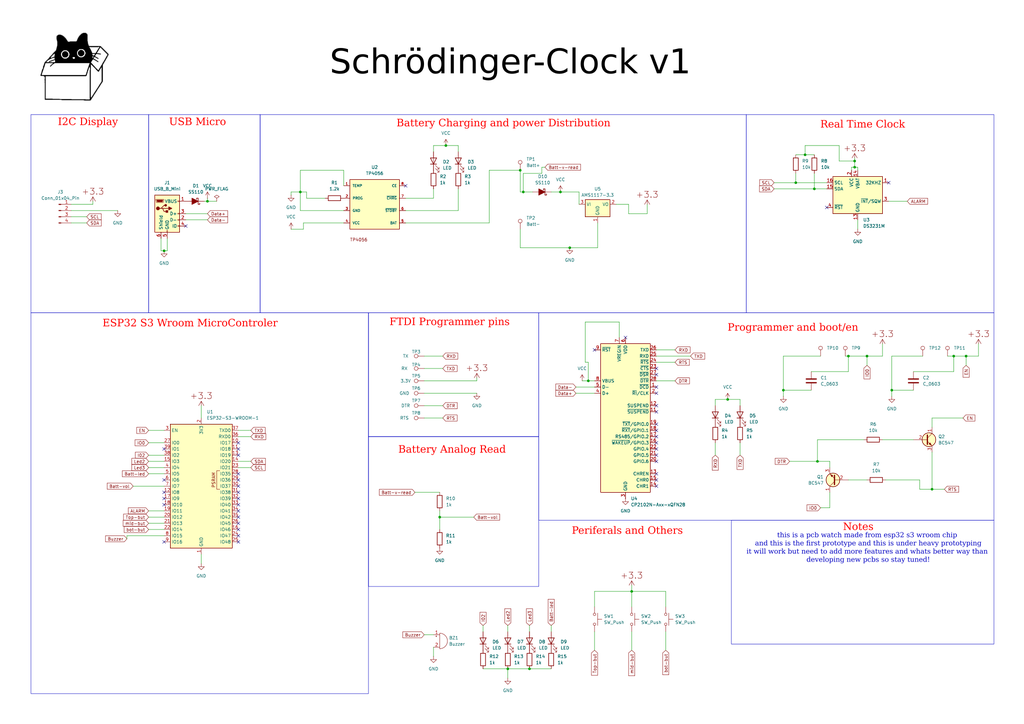
<source format=kicad_sch>
(kicad_sch (version 20250114) (generator "eeschema") (generator_version "9.0")
  (paper "A3")
  (title_block (title "SchrödingerClock v1") (date "2025-02-24") (rev "V1") (company "Drawn By Nithin Mathew Joji"))
  (lib_symbols
    (symbol "Connector:Conn_01x04_Pin" (pin_names (offset 1.016) (hide yes))
      (property "Reference" "J" (at 0 5.08 0))
      (property "Value" "Conn_01x04_Pin" (at 0 -7.62 0))
      (symbol "Conn_01x04_Pin_1_1"
        (pin passive line (at 5.08 2.54 180) (length 3.81) (name "Pin_1") (number "1"))
        (pin passive line (at 5.08 0 180) (length 3.81) (name "Pin_2") (number "2"))
        (pin passive line (at 5.08 -2.54 180) (length 3.81) (name "Pin_3") (number "3"))
        (pin passive line (at 5.08 -5.08 180) (length 3.81) (name "Pin_4") (number "4"))
      )
    )
    (symbol "Connector:USB_B_Mini" (pin_names (offset 1.016))
      (property "Reference" "J" (at -5.08 11.43 0))
      (property "Value" "USB_B_Mini" (at -5.08 8.89 0))
      (symbol "USB_B_Mini_1_1"
        (pin passive line (at -2.54 -10.16 90) (length 2.54) (name "Shield") (number "6"))
        (pin power_out line (at 0 -10.16 90) (length 2.54) (name "GND") (number "5"))
        (pin power_out line (at 7.62 5.08 180) (length 2.54) (name "VBUS") (number "1"))
        (pin bidirectional line (at 7.62 0 180) (length 2.54) (name "D+") (number "3"))
        (pin bidirectional line (at 7.62 -2.54 180) (length 2.54) (name "D-") (number "2"))
        (pin passive line (at 7.62 -5.08 180) (length 2.54) (name "ID") (number "4"))
      )
    )
    (symbol "Device:Buzzer" (pin_names (offset 0.0254) (hide yes))
      (property "Reference" "BZ" (at 3.81 1.27 0))
      (property "Value" "Buzzer" (at 3.81 -1.27 0))
      (symbol "Buzzer_1_1"
        (pin passive line (at -2.54 2.54 0) (length 2.54) (name "+") (number "1"))
        (pin passive line (at -2.54 -2.54 0) (length 2.54) (name "-") (number "2"))
      )
    )
    (symbol "Device:LED" (pin_numbers (hide yes)) (pin_names (offset 1.016) (hide yes))
      (property "Reference" "D" (at 0 2.54 0))
      (property "Value" "LED" (at 0 -2.54 0))
      (symbol "LED_1_1"
        (pin passive line (at -3.81 0 0) (length 2.54) (name "K") (number "1"))
        (pin passive line (at 3.81 0 180) (length 2.54) (name "A") (number "2"))
      )
    )
    (symbol "Interface_USB:CP2102N-Axx-xQFN28"
      (property "Reference" "U" (at -8.89 31.75 0))
      (property "Value" "CP2102N-Axx-xQFN28" (at 12.7 31.75 0))
      (symbol "CP2102N-Axx-xQFN28_1_1"
        (pin input line (at -12.7 27.94 0) (length 2.54) (name "~{RST}") (number "9"))
        (pin input line (at -12.7 15.24 0) (length 2.54) (name "VBUS") (number "8"))
        (pin bidirectional line (at -12.7 12.7 0) (length 2.54) (name "D-") (number "5"))
        (pin bidirectional line (at -12.7 10.16 0) (length 2.54) (name "D+") (number "4"))
        (pin no_connect line (at -10.16 -27.94 0) (length 2.54) (hide yes) (name "NC") (number "10"))
        (pin power_in line (at -2.54 33.02 270) (length 2.54) (name "VREGIN") (number "7"))
        (pin power_in line (at 0 33.02 270) (length 2.54) (name "VDD") (number "6"))
        (pin passive line (at 0 -33.02 90) (length 2.54) (hide yes) (name "GND") (number "29"))
        (pin power_in line (at 0 -33.02 90) (length 2.54) (name "GND") (number "3"))
        (pin output line (at 12.7 27.94 180) (length 2.54) (name "TXD") (number "26"))
        (pin input line (at 12.7 25.4 180) (length 2.54) (name "RXD") (number "25"))
        (pin output line (at 12.7 22.86 180) (length 2.54) (name "~{RTS}") (number "24"))
        (pin input line (at 12.7 20.32 180) (length 2.54) (name "~{CTS}") (number "23"))
        (pin input line (at 12.7 17.78 180) (length 2.54) (name "~{DSR}") (number "27"))
        (pin output line (at 12.7 15.24 180) (length 2.54) (name "~{DTR}") (number "28"))
        (pin input line (at 12.7 12.7 180) (length 2.54) (name "~{DCD}") (number "1"))
        (pin bidirectional line (at 12.7 10.16 180) (length 2.54) (name "~{RI}/CLK") (number "2"))
        (pin output line (at 12.7 5.08 180) (length 2.54) (name "SUSPEND") (number "12"))
        (pin output line (at 12.7 2.54 180) (length 2.54) (name "~{SUSPEND}") (number "11"))
        (pin bidirectional line (at 12.7 -2.54 180) (length 2.54) (name "~{TXT}/GPIO.0") (number "19"))
        (pin bidirectional line (at 12.7 -5.08 180) (length 2.54) (name "~{RXT}/GPIO.1") (number "18"))
        (pin bidirectional line (at 12.7 -7.62 180) (length 2.54) (name "RS485/GPIO.2") (number "17"))
        (pin bidirectional line (at 12.7 -10.16 180) (length 2.54) (name "~{WAKEUP}/GPIO.3") (number "16"))
        (pin bidirectional line (at 12.7 -12.7 180) (length 2.54) (name "GPIO.4") (number "22"))
        (pin bidirectional line (at 12.7 -15.24 180) (length 2.54) (name "GPIO.5") (number "21"))
        (pin bidirectional line (at 12.7 -17.78 180) (length 2.54) (name "GPIO.6") (number "20"))
        (pin output line (at 12.7 -22.86 180) (length 2.54) (name "CHREN") (number "13"))
        (pin output line (at 12.7 -25.4 180) (length 2.54) (name "CHR0") (number "15"))
        (pin output line (at 12.7 -27.94 180) (length 2.54) (name "CHR1") (number "14"))
      )
    )
    (symbol "PCM_4ms_Connector:TestPoint" (pin_numbers (hide yes)) (pin_names (offset 0.762) (hide yes))
      (property "Reference" "TP" (at 0 6.858 0))
      (property "Value" "TestPoint" (at 0 5.08 0))
      (symbol "TestPoint_1_1"
        (pin passive line (at 0 0 90) (length 2.54) (name "1") (number "1"))
      )
    )
    (symbol "PCM_Capacitor_AKL:C_0603" (pin_numbers (hide yes)) (pin_names (offset 0.254))
      (property "Reference" "C" (at 0.635 2.54 0))
      (property "Value" "C_0603" (at 0.635 -2.54 0))
      (symbol "C_0603_1_1"
        (pin passive line (at 0 3.81 270) (length 2.794) (name "~") (number "1"))
        (pin passive line (at 0 -3.81 90) (length 2.794) (name "~") (number "2"))
      )
      (symbol "C_0603_1_2"
        (pin passive line (at -2.54 -2.54 90) (length 0) (name "~") (number "2"))
        (pin passive line (at 2.54 2.54 270) (length 0) (name "~") (number "1"))
      )
    )
    (symbol "PCM_Diode_Schottky_AKL:SS110" (pin_numbers (hide yes)) (pin_names (offset 1.016) (hide yes))
      (property "Reference" "D" (at 0 5.08 0))
      (property "Value" "SS110" (at 0 2.54 0))
      (symbol "SS110_1_1"
        (pin passive line (at -3.81 0 0) (length 2.54) (name "A") (number "2"))
        (pin passive line (at 3.81 0 180) (length 2.54) (name "K") (number "1"))
      )
      (symbol "SS110_1_2"
        (pin passive line (at -2.54 -2.54 0) (length 0) (name "A") (number "2"))
        (pin passive line (at 2.54 2.54 180) (length 0) (name "K") (number "1"))
      )
    )
    (symbol "PCM_Generic:P,+3.3" (power) (pin_numbers (hide yes)) (pin_names (offset 1.27) (hide yes))
      (symbol "P,+3.3_1_1"
        (text "+3.3" (at 0 2.54 0) (effects (font (size 2.54 2.54)) (justify bottom)))
        (pin power_in line (at 0 0 0) (length 0) (hide yes) (name "+3.3") (number "0"))
      )
    )
    (symbol "PCM_Resistor_AKL:R_0603" (pin_numbers (hide yes)) (pin_names (offset 0))
      (property "Reference" "R" (at 2.54 1.27 0))
      (property "Value" "R_0603" (at 2.54 -1.27 0))
      (symbol "R_0603_1_1"
        (pin passive line (at 0 3.81 270) (length 1.27) (name "~") (number "1"))
        (pin passive line (at 0 -3.81 90) (length 1.27) (name "~") (number "2"))
      )
      (symbol "R_0603_1_2"
        (pin passive line (at -2.54 -2.54 0) (length 0) (name "") (number "2"))
        (pin passive line (at 2.54 2.54 180) (length 0) (name "") (number "1"))
      )
    )
    (symbol "PCM_Transistor_BJT_AKL:BC547" (pin_names (hide yes))
      (property "Reference" "Q" (at 5.08 1.27 0))
      (property "Value" "BC547" (at 5.08 -1.27 0))
      (symbol "BC547_1_1"
        (pin input line (at -5.08 0 0) (length 5.715) (name "B") (number "2"))
        (pin passive line (at 2.54 5.08 270) (length 2.54) (name "C") (number "1"))
        (pin passive line (at 2.54 -5.08 90) (length 2.54) (name "E") (number "3"))
      )
    )
    (symbol "RF_Module:ESP32-S3-WROOM-1"
      (property "Reference" "U" (at -12.7 26.67 0))
      (property "Value" "ESP32-S3-WROOM-1" (at 12.7 26.67 0))
      (symbol "ESP32-S3-WROOM-1_0_0"
        (text "PSRAM" (at 5.08 2.54 900) (effects (font (size 1.27 1.27))))
      )
      (symbol "ESP32-S3-WROOM-1_1_1"
        (pin input line (at -15.24 22.86 0) (length 2.54) (name "EN") (number "3"))
        (pin bidirectional line (at -15.24 17.78 0) (length 2.54) (name "IO0") (number "27"))
        (pin bidirectional line (at -15.24 15.24 0) (length 2.54) (name "IO1") (number "39"))
        (pin bidirectional line (at -15.24 12.7 0) (length 2.54) (name "IO2") (number "38"))
        (pin bidirectional line (at -15.24 10.16 0) (length 2.54) (name "IO3") (number "15"))
        (pin bidirectional line (at -15.24 7.62 0) (length 2.54) (name "IO4") (number "4"))
        (pin bidirectional line (at -15.24 5.08 0) (length 2.54) (name "IO5") (number "5"))
        (pin bidirectional line (at -15.24 2.54 0) (length 2.54) (name "IO6") (number "6"))
        (pin bidirectional line (at -15.24 0 0) (length 2.54) (name "IO7") (number "7"))
        (pin bidirectional line (at -15.24 -2.54 0) (length 2.54) (name "IO8") (number "12"))
        (pin bidirectional line (at -15.24 -5.08 0) (length 2.54) (name "IO9") (number "17"))
        (pin bidirectional line (at -15.24 -7.62 0) (length 2.54) (name "IO10") (number "18"))
        (pin bidirectional line (at -15.24 -10.16 0) (length 2.54) (name "IO11") (number "19"))
        (pin bidirectional line (at -15.24 -12.7 0) (length 2.54) (name "IO12") (number "20"))
        (pin bidirectional line (at -15.24 -15.24 0) (length 2.54) (name "IO13") (number "21"))
        (pin bidirectional line (at -15.24 -17.78 0) (length 2.54) (name "IO14") (number "22"))
        (pin bidirectional line (at -15.24 -20.32 0) (length 2.54) (name "IO15") (number "8"))
        (pin bidirectional line (at -15.24 -22.86 0) (length 2.54) (name "IO16") (number "9"))
        (pin power_in line (at 0 27.94 270) (length 2.54) (name "3V3") (number "2"))
        (pin power_in line (at 0 -27.94 90) (length 2.54) (name "GND") (number "1"))
        (pin passive line (at 0 -27.94 90) (length 2.54) (hide yes) (name "GND") (number "40"))
        (pin passive line (at 0 -27.94 90) (length 2.54) (hide yes) (name "GND") (number "41"))
        (pin bidirectional line (at 15.24 22.86 180) (length 2.54) (name "TXD0") (number "37"))
        (pin bidirectional line (at 15.24 20.32 180) (length 2.54) (name "RXD0") (number "36"))
        (pin bidirectional line (at 15.24 17.78 180) (length 2.54) (name "IO17") (number "10"))
        (pin bidirectional line (at 15.24 15.24 180) (length 2.54) (name "IO18") (number "11"))
        (pin bidirectional line (at 15.24 12.7 180) (length 2.54) (name "IO19") (number "13"))
        (pin bidirectional line (at 15.24 10.16 180) (length 2.54) (name "IO20") (number "14"))
        (pin bidirectional line (at 15.24 7.62 180) (length 2.54) (name "IO21") (number "23"))
        (pin bidirectional line (at 15.24 5.08 180) (length 2.54) (name "IO35") (number "28"))
        (pin bidirectional line (at 15.24 2.54 180) (length 2.54) (name "IO36") (number "29"))
        (pin bidirectional line (at 15.24 0 180) (length 2.54) (name "IO37") (number "30"))
        (pin bidirectional line (at 15.24 -2.54 180) (length 2.54) (name "IO38") (number "31"))
        (pin bidirectional line (at 15.24 -5.08 180) (length 2.54) (name "IO39") (number "32"))
        (pin bidirectional line (at 15.24 -7.62 180) (length 2.54) (name "IO40") (number "33"))
        (pin bidirectional line (at 15.24 -10.16 180) (length 2.54) (name "IO41") (number "34"))
        (pin bidirectional line (at 15.24 -12.7 180) (length 2.54) (name "IO42") (number "35"))
        (pin bidirectional line (at 15.24 -15.24 180) (length 2.54) (name "IO45") (number "26"))
        (pin bidirectional line (at 15.24 -17.78 180) (length 2.54) (name "IO46") (number "16"))
        (pin bidirectional line (at 15.24 -20.32 180) (length 2.54) (name "IO47") (number "24"))
        (pin bidirectional line (at 15.24 -22.86 180) (length 2.54) (name "IO48") (number "25"))
      )
    )
    (symbol "Regulator_Linear:AMS1117-3.3"
      (property "Reference" "U" (at -3.81 3.175 0))
      (property "Value" "AMS1117-3.3" (at 0 3.175 0))
      (symbol "AMS1117-3.3_1_1"
        (pin power_in line (at -7.62 0 0) (length 2.54) (name "VI") (number "3"))
        (pin power_in line (at 0 -7.62 90) (length 2.54) (name "GND") (number "1"))
        (pin power_out line (at 7.62 0 180) (length 2.54) (name "VO") (number "2"))
      )
    )
    (symbol "Switch:SW_Push" (pin_numbers (hide yes)) (pin_names (offset 1.016) (hide yes))
      (property "Reference" "SW" (at 1.27 2.54 0))
      (property "Value" "SW_Push" (at 0 -1.524 0))
      (symbol "SW_Push_0_1"
        (pin passive line (at -5.08 0 0) (length 2.54) (name "1") (number "1"))
        (pin passive line (at 5.08 0 180) (length 2.54) (name "2") (number "2"))
      )
    )
    (symbol "TP4056:TP4056" (pin_names (offset 1.016))
      (property "Reference" "U" (at -7.62 -12.7 0))
      (property "Value" "TP4056" (at 0 0 0))
      (symbol "TP4056_0_0"
        (text "TP4056" (at -7.62 -15.24 0) (effects (font (size 1.27 1.27)) (justify left bottom)))
        (pin bidirectional line (at -10.16 7.62 0) (length 2.54) (name "TEMP") (number "1"))
        (pin bidirectional line (at -10.16 2.54 0) (length 2.54) (name "PROG") (number "2"))
        (pin bidirectional line (at -10.16 -2.54 0) (length 2.54) (name "GND") (number "3"))
        (pin bidirectional line (at -10.16 -7.62 0) (length 2.54) (name "VCC") (number "4"))
        (pin bidirectional line (at 15.24 7.62 180) (length 2.54) (name "CE") (number "8"))
        (pin bidirectional line (at 15.24 2.54 180) (length 2.54) (name "~{CHRG}") (number "7"))
        (pin bidirectional line (at 15.24 -2.54 180) (length 2.54) (name "~{STDBY}") (number "6"))
        (pin bidirectional line (at 15.24 -7.62 180) (length 2.54) (name "BAT") (number "5"))
      )
    )
    (symbol "Timer_RTC:DS3231M"
      (property "Reference" "U" (at -7.62 8.89 0))
      (property "Value" "DS3231M" (at 10.16 8.89 0))
      (symbol "DS3231M_1_1"
        (pin input line (at -12.7 5.08 0) (length 2.54) (name "SCL") (number "16"))
        (pin bidirectional line (at -12.7 2.54 0) (length 2.54) (name "SDA") (number "15"))
        (pin bidirectional line (at -12.7 -5.08 0) (length 2.54) (name "~{RST}") (number "4"))
        (pin power_in line (at -2.54 10.16 270) (length 2.54) (name "VCC") (number "2"))
        (pin power_in line (at 0 10.16 270) (length 2.54) (name "VBAT") (number "14"))
        (pin passive line (at 0 -10.16 90) (length 2.54) (hide yes) (name "GND") (number "10"))
        (pin passive line (at 0 -10.16 90) (length 2.54) (hide yes) (name "GND") (number "11"))
        (pin passive line (at 0 -10.16 90) (length 2.54) (hide yes) (name "GND") (number "12"))
        (pin power_in line (at 0 -10.16 90) (length 2.54) (name "GND") (number "13"))
        (pin passive line (at 0 -10.16 90) (length 2.54) (hide yes) (name "GND") (number "5"))
        (pin passive line (at 0 -10.16 90) (length 2.54) (hide yes) (name "GND") (number "6"))
        (pin passive line (at 0 -10.16 90) (length 2.54) (hide yes) (name "GND") (number "7"))
        (pin passive line (at 0 -10.16 90) (length 2.54) (hide yes) (name "GND") (number "8"))
        (pin passive line (at 0 -10.16 90) (length 2.54) (hide yes) (name "GND") (number "9"))
        (pin open_collector line (at 12.7 5.08 180) (length 2.54) (name "32KHZ") (number "1"))
        (pin open_collector line (at 12.7 -2.54 180) (length 2.54) (name "~{INT}/SQW") (number "3"))
      )
    )
    (symbol "power:GND" (power) (pin_numbers (hide yes)) (pin_names (offset 0) (hide yes))
      (property "Value" "GND" (at 0 -3.81 0))
      (symbol "GND_1_1"
        (pin power_in line (at 0 0 270) (length 0) (name "~") (number "1"))
      )
    )
    (symbol "power:PWR_FLAG" (power) (pin_numbers (hide yes)) (pin_names (offset 0) (hide yes))
      (property "Value" "PWR_FLAG" (at 0 3.81 0))
      (symbol "PWR_FLAG_0_0"
        (pin power_out line (at 0 0 90) (length 0) (name "~") (number "1"))
      )
    )
    (symbol "power:VCC" (power) (pin_numbers (hide yes)) (pin_names (offset 0) (hide yes))
      (property "Value" "VCC" (at 0 3.556 0))
      (symbol "VCC_1_1"
        (pin power_in line (at 0 0 90) (length 0) (name "~") (number "1"))
      )
    )
  )
  (rectangle (start 12.7 128.27) (end 151.13 284.48))
  (rectangle (start 306.07 46.99) (end 407.67 128.27))
  (rectangle (start 299.974 213.36) (end 407.67 264.16))
  (rectangle (start 106.68 46.99) (end 306.07 128.27))
  (rectangle (start 12.7 46.99) (end 60.96 128.27))
  (rectangle (start 220.98 128.27) (end 407.67 213.36))
  (rectangle (start 151.13 128.27) (end 220.98 179.07))
  (rectangle (start 151.13 179.07) (end 220.98 240.538))
  (rectangle (start 60.96 46.99) (end 106.68 128.27))
  (text "this is a pcb watch made from esp32 s3 wroom chip \nand this is the first prototype and this is under heavy prototyping\nit will work but need to add more features and whats better way than \ndeveloping new pcbs so stay tuned!" (at 356.108 225.298 0) (effects (font (size 2 2))))
  (text "ESP32 S3 Wroom MicroControler\n" (at 77.978 133.604 0) (effects (font (size 3 3))))
  (text "Periferals and Others" (at 257.302 218.694 0) (effects (font (size 3 3))))
  (text "Battery Charging and power Distribution\n" (at 206.502 51.562 0) (effects (font (size 3 3))))
  (text "Schrödinger-Clock v1" (at 209.296 28.702 0) (effects (font (size 10 10))))
  (text "Programmer and boot/en \n" (at 325.882 135.382 0) (effects (font (size 3 3))))
  (text "USB Micro" (at 81.026 51.054 0) (effects (font (size 3 3))))
  (text "I2C Display" (at 36.068 51.054 0) (effects (font (size 3 3))))
  (text "FTDI Programmer pins\n" (at 184.404 133.096 0) (effects (font (size 3 3))))
  (text "Notes" (at 352.0147 217.1347 0) (effects (font (size 3 3))))
  (text "Battery Analog Read" (at 185.42 185.42 0) (effects (font (size 3 3))))
  (text "Real Time Clock\n" (at 353.822 52.07 0) (effects (font (size 3 3))))
  (junction (at 391.16 146.05))
  (junction (at 259.08 242.57))
  (junction (at 326.39 74.93))
  (junction (at 350.52 68.58))
  (junction (at 321.31 160.02))
  (junction (at 85.09 82.55))
  (junction (at 350.52 66.04))
  (junction (at 213.36 69.85))
  (junction (at 365.76 160.02))
  (junction (at 335.28 189.23))
  (junction (at 180.34 212.09))
  (junction (at 334.01 77.47))
  (junction (at 382.27 200.66))
  (junction (at 347.98 146.05))
  (junction (at 241.3 156.21))
  (junction (at 214.63 78.74))
  (junction (at 396.24 146.05))
  (junction (at 330.2 63.5))
  (junction (at 233.68 101.6))
  (junction (at 182.88 59.69))
  (junction (at 298.45 163.83))
  (junction (at 208.28 274.32))
  (junction (at 229.87 78.74))
  (junction (at 217.17 274.32))
  (junction (at 67.31 102.87))
  (junction (at 355.6 146.05))
  (junction (at 123.19 78.74))
  (no_connect (at 97.79 199.39))
  (no_connect (at 67.31 207.01))
  (no_connect (at 97.79 186.69))
  (no_connect (at 364.49 74.93))
  (no_connect (at 269.24 189.23))
  (no_connect (at 97.79 222.25))
  (no_connect (at 97.79 209.55))
  (no_connect (at 67.31 222.25))
  (no_connect (at 97.79 212.09))
  (no_connect (at 269.24 196.85))
  (no_connect (at 97.79 204.47))
  (no_connect (at 97.79 181.61))
  (no_connect (at 269.24 179.07))
  (no_connect (at 97.79 214.63))
  (no_connect (at 269.24 184.15))
  (no_connect (at 243.84 143.51))
  (no_connect (at 269.24 194.31))
  (no_connect (at 67.31 184.15))
  (no_connect (at 67.31 201.93))
  (no_connect (at 269.24 186.69))
  (no_connect (at 97.79 207.01))
  (no_connect (at 269.24 173.99))
  (no_connect (at 97.79 194.31))
  (no_connect (at 97.79 184.15))
  (no_connect (at 269.24 151.13))
  (no_connect (at 339.09 85.09))
  (no_connect (at 97.79 196.85))
  (no_connect (at 269.24 176.53))
  (no_connect (at 269.24 168.91))
  (no_connect (at 269.24 166.37))
  (no_connect (at 269.24 153.67))
  (no_connect (at 67.31 196.85))
  (no_connect (at 256.54 138.43))
  (no_connect (at 269.24 181.61))
  (no_connect (at 76.2 92.71))
  (no_connect (at 269.24 199.39))
  (no_connect (at 97.79 219.71))
  (no_connect (at 97.79 201.93))
  (no_connect (at 67.31 204.47))
  (no_connect (at 97.79 217.17))
  (no_connect (at 269.24 158.75))
  (no_connect (at 269.24 161.29))
  (no_connect (at 166.37 76.2))
  (wire (pts (xy 243.84 259.08) (xy 243.84 266.7)))
  (wire (pts (xy 265.43 87.63) (xy 265.43 83.82)))
  (wire (pts (xy 97.79 176.53) (xy 102.87 176.53)))
  (wire (pts (xy 233.68 101.6) (xy 213.36 101.6)))
  (wire (pts (xy 125.73 78.74) (xy 123.19 78.74)))
  (wire (pts (xy 173.99 260.35) (xy 177.8 260.35)))
  (wire (pts (xy 166.37 86.36) (xy 187.96 86.36)))
  (wire (pts (xy 177.8 62.23) (xy 177.8 59.69)))
  (wire (pts (xy 391.16 152.4) (xy 391.16 146.05)))
  (wire (pts (xy 177.8 265.43) (xy 177.8 269.24)))
  (wire (pts (xy 340.36 201.93) (xy 340.36 208.28)))
  (wire (pts (xy 133.35 81.28) (xy 125.73 81.28)))
  (wire (pts (xy 321.31 146.05) (xy 321.31 160.02)))
  (wire (pts (xy 173.99 171.45) (xy 181.61 171.45)))
  (wire (pts (xy 365.76 162.56) (xy 365.76 160.02)))
  (wire (pts (xy 82.55 166.37) (xy 82.55 171.45)))
  (wire (pts (xy 82.55 231.14) (xy 82.55 227.33)))
  (wire (pts (xy 330.2 63.5) (xy 334.01 63.5)))
  (wire (pts (xy 245.11 91.44) (xy 245.11 101.6)))
  (wire (pts (xy 334.01 77.47) (xy 339.09 77.47)))
  (wire (pts (xy 269.24 148.59) (xy 276.86 148.59)))
  (wire (pts (xy 365.76 160.02) (xy 374.65 160.02)))
  (wire (pts (xy 326.39 71.12) (xy 326.39 74.93)))
  (wire (pts (xy 125.73 81.28) (xy 125.73 78.74)))
  (wire (pts (xy 241.3 148.59) (xy 241.3 156.21)))
  (wire (pts (xy 166.37 81.28) (xy 177.8 81.28)))
  (wire (pts (xy 321.31 146.05) (xy 336.55 146.05)))
  (wire (pts (xy 396.24 146.05) (xy 401.32 146.05)))
  (wire (pts (xy 361.95 180.34) (xy 374.65 180.34)))
  (wire (pts (xy 259.08 242.57) (xy 273.05 242.57)))
  (wire (pts (xy 187.96 62.23) (xy 187.96 59.69)))
  (wire (pts (xy 317.5 74.93) (xy 326.39 74.93)))
  (wire (pts (xy 222.25 71.12) (xy 214.63 71.12)))
  (wire (pts (xy 237.49 78.74) (xy 237.49 83.82)))
  (wire (pts (xy 273.05 242.57) (xy 273.05 248.92)))
  (wire (pts (xy 124.46 91.44) (xy 140.97 91.44)))
  (wire (pts (xy 60.96 191.77) (xy 67.31 191.77)))
  (wire (pts (xy 323.85 189.23) (xy 335.28 189.23)))
  (wire (pts (xy 123.19 78.74) (xy 119.38 78.74)))
  (wire (pts (xy 330.2 59.69) (xy 344.17 59.69)))
  (wire (pts (xy 243.84 248.92) (xy 243.84 242.57)))
  (wire (pts (xy 54.61 199.39) (xy 67.31 199.39)))
  (wire (pts (xy 85.09 82.55) (xy 85.09 81.28)))
  (wire (pts (xy 254 138.43) (xy 254 132.08)))
  (wire (pts (xy 350.52 66.04) (xy 350.52 68.58)))
  (wire (pts (xy 60.96 212.09) (xy 67.31 212.09)))
  (wire (pts (xy 213.36 101.6) (xy 213.36 93.98)))
  (wire (pts (xy 187.96 86.36) (xy 187.96 77.47)))
  (wire (pts (xy 213.36 69.85) (xy 213.36 78.74)))
  (wire (pts (xy 217.17 259.08) (xy 217.17 256.54)))
  (wire (pts (xy 326.39 74.93) (xy 339.09 74.93)))
  (wire (pts (xy 170.18 201.93) (xy 180.34 201.93)))
  (wire (pts (xy 29.21 86.36) (xy 48.26 86.36)))
  (wire (pts (xy 140.97 69.85) (xy 140.97 76.2)))
  (wire (pts (xy 365.76 146.05) (xy 378.46 146.05)))
  (wire (pts (xy 60.96 194.31) (xy 67.31 194.31)))
  (wire (pts (xy 355.6 146.05) (xy 355.6 149.86)))
  (wire (pts (xy 330.2 63.5) (xy 330.2 59.69)))
  (wire (pts (xy 321.31 160.02) (xy 321.31 162.56)))
  (wire (pts (xy 293.37 181.61) (xy 293.37 186.69)))
  (wire (pts (xy 335.28 189.23) (xy 340.36 189.23)))
  (wire (pts (xy 254 132.08) (xy 240.03 132.08)))
  (wire (pts (xy 60.96 189.23) (xy 67.31 189.23)))
  (wire (pts (xy 208.28 274.32) (xy 217.17 274.32)))
  (wire (pts (xy 226.06 259.08) (xy 226.06 256.54)))
  (wire (pts (xy 259.08 259.08) (xy 259.08 266.7)))
  (wire (pts (xy 326.39 63.5) (xy 330.2 63.5)))
  (wire (pts (xy 123.19 69.85) (xy 123.19 78.74)))
  (wire (pts (xy 243.84 242.57) (xy 259.08 242.57)))
  (wire (pts (xy 350.52 64.77) (xy 350.52 66.04)))
  (wire (pts (xy 52.07 219.71) (xy 67.31 219.71)))
  (wire (pts (xy 321.31 160.02) (xy 332.74 160.02)))
  (wire (pts (xy 60.96 214.63) (xy 67.31 214.63)))
  (wire (pts (xy 76.2 90.17) (xy 85.09 90.17)))
  (wire (pts (xy 241.3 156.21) (xy 243.84 156.21)))
  (wire (pts (xy 208.28 259.08) (xy 208.28 256.54)))
  (wire (pts (xy 382.27 171.45) (xy 394.97 171.45)))
  (wire (pts (xy 173.99 151.13) (xy 181.61 151.13)))
  (wire (pts (xy 259.08 242.57) (xy 259.08 240.03)))
  (wire (pts (xy 241.3 148.59) (xy 240.03 148.59)))
  (wire (pts (xy 177.8 81.28) (xy 177.8 77.47)))
  (wire (pts (xy 29.21 88.9) (xy 35.56 88.9)))
  (wire (pts (xy 60.96 186.69) (xy 67.31 186.69)))
  (wire (pts (xy 68.58 102.87) (xy 67.31 102.87)))
  (wire (pts (xy 60.96 176.53) (xy 67.31 176.53)))
  (wire (pts (xy 377.19 196.85) (xy 377.19 200.66)))
  (wire (pts (xy 340.36 189.23) (xy 340.36 191.77)))
  (wire (pts (xy 66.04 102.87) (xy 67.31 102.87)))
  (wire (pts (xy 38.1 83.82) (xy 38.1 82.55)))
  (wire (pts (xy 351.79 90.17) (xy 351.79 93.98)))
  (wire (pts (xy 187.96 59.69) (xy 182.88 59.69)))
  (wire (pts (xy 335.28 189.23) (xy 335.28 180.34)))
  (wire (pts (xy 317.5 77.47) (xy 334.01 77.47)))
  (wire (pts (xy 66.04 97.79) (xy 66.04 102.87)))
  (wire (pts (xy 180.34 212.09) (xy 180.34 217.17)))
  (wire (pts (xy 180.34 212.09) (xy 194.31 212.09)))
  (wire (pts (xy 245.11 101.6) (xy 233.68 101.6)))
  (wire (pts (xy 29.21 91.44) (xy 35.56 91.44)))
  (wire (pts (xy 252.73 83.82) (xy 257.81 83.82)))
  (wire (pts (xy 273.05 259.08) (xy 273.05 266.7)))
  (wire (pts (xy 340.36 208.28) (xy 336.55 208.28)))
  (wire (pts (xy 350.52 68.58) (xy 349.25 68.58)))
  (wire (pts (xy 119.38 93.98) (xy 124.46 93.98)))
  (wire (pts (xy 195.58 154.94) (xy 195.58 156.21)))
  (wire (pts (xy 123.19 78.74) (xy 123.19 86.36)))
  (wire (pts (xy 269.24 156.21) (xy 276.86 156.21)))
  (wire (pts (xy 240.03 132.08) (xy 240.03 148.59)))
  (wire (pts (xy 293.37 166.37) (xy 293.37 163.83)))
  (wire (pts (xy 60.96 209.55) (xy 67.31 209.55)))
  (wire (pts (xy 217.17 274.32) (xy 226.06 274.32)))
  (wire (pts (xy 97.79 179.07) (xy 102.87 179.07)))
  (wire (pts (xy 350.52 68.58) (xy 351.79 68.58)))
  (wire (pts (xy 173.99 146.05) (xy 181.61 146.05)))
  (wire (pts (xy 257.81 83.82) (xy 257.81 87.63)))
  (wire (pts (xy 347.98 146.05) (xy 355.6 146.05)))
  (wire (pts (xy 259.08 248.92) (xy 259.08 242.57)))
  (wire (pts (xy 303.53 181.61) (xy 303.53 186.69)))
  (wire (pts (xy 76.2 87.63) (xy 85.09 87.63)))
  (wire (pts (xy 349.25 68.58) (xy 349.25 69.85)))
  (wire (pts (xy 236.22 158.75) (xy 243.84 158.75)))
  (wire (pts (xy 382.27 200.66) (xy 387.35 200.66)))
  (wire (pts (xy 85.09 82.55) (xy 88.9 82.55)))
  (wire (pts (xy 200.66 69.85) (xy 213.36 69.85)))
  (wire (pts (xy 173.99 166.37) (xy 181.61 166.37)))
  (wire (pts (xy 382.27 175.26) (xy 382.27 171.45)))
  (wire (pts (xy 140.97 69.85) (xy 123.19 69.85)))
  (wire (pts (xy 388.62 146.05) (xy 391.16 146.05)))
  (wire (pts (xy 140.97 86.36) (xy 123.19 86.36)))
  (wire (pts (xy 374.65 152.4) (xy 391.16 152.4)))
  (wire (pts (xy 200.66 91.44) (xy 200.66 69.85)))
  (wire (pts (xy 173.99 161.29) (xy 195.58 161.29)))
  (wire (pts (xy 236.22 161.29) (xy 243.84 161.29)))
  (wire (pts (xy 269.24 143.51) (xy 276.86 143.51)))
  (wire (pts (xy 229.87 78.74) (xy 237.49 78.74)))
  (wire (pts (xy 344.17 66.04) (xy 350.52 66.04)))
  (wire (pts (xy 198.12 274.32) (xy 208.28 274.32)))
  (wire (pts (xy 334.01 71.12) (xy 334.01 77.47)))
  (wire (pts (xy 60.96 217.17) (xy 67.31 217.17)))
  (wire (pts (xy 365.76 160.02) (xy 365.76 146.05)))
  (wire (pts (xy 166.37 91.44) (xy 200.66 91.44)))
  (wire (pts (xy 119.38 78.74) (xy 119.38 80.01)))
  (wire (pts (xy 177.8 59.69) (xy 182.88 59.69)))
  (wire (pts (xy 346.71 146.05) (xy 347.98 146.05)))
  (wire (pts (xy 344.17 59.69) (xy 344.17 66.04)))
  (wire (pts (xy 361.95 140.97) (xy 361.95 146.05)))
  (wire (pts (xy 214.63 71.12) (xy 214.63 78.74)))
  (wire (pts (xy 257.81 87.63) (xy 265.43 87.63)))
  (wire (pts (xy 377.19 200.66) (xy 382.27 200.66)))
  (wire (pts (xy 303.53 166.37) (xy 303.53 163.83)))
  (wire (pts (xy 208.28 274.32) (xy 208.28 278.13)))
  (wire (pts (xy 180.34 209.55) (xy 180.34 212.09)))
  (wire (pts (xy 401.32 146.05) (xy 401.32 140.97)))
  (wire (pts (xy 396.24 146.05) (xy 396.24 149.86)))
  (wire (pts (xy 83.82 82.55) (xy 85.09 82.55)))
  (wire (pts (xy 124.46 93.98) (xy 124.46 91.44)))
  (wire (pts (xy 347.98 152.4) (xy 347.98 146.05)))
  (wire (pts (xy 68.58 97.79) (xy 68.58 102.87)))
  (wire (pts (xy 382.27 185.42) (xy 382.27 200.66)))
  (wire (pts (xy 213.36 78.74) (xy 214.63 78.74)))
  (wire (pts (xy 223.52 68.58) (xy 222.25 68.58)))
  (wire (pts (xy 303.53 163.83) (xy 298.45 163.83)))
  (wire (pts (xy 363.22 196.85) (xy 377.19 196.85)))
  (wire (pts (xy 214.63 78.74) (xy 218.44 78.74)))
  (wire (pts (xy 52.07 220.98) (xy 52.07 219.71)))
  (wire (pts (xy 222.25 68.58) (xy 222.25 71.12)))
  (wire (pts (xy 364.49 82.55) (xy 372.11 82.55)))
  (wire (pts (xy 332.74 152.4) (xy 347.98 152.4)))
  (wire (pts (xy 269.24 146.05) (xy 283.21 146.05)))
  (wire (pts (xy 102.87 189.23) (xy 97.79 189.23)))
  (wire (pts (xy 355.6 146.05) (xy 361.95 146.05)))
  (wire (pts (xy 335.28 180.34) (xy 354.33 180.34)))
  (wire (pts (xy 293.37 163.83) (xy 298.45 163.83)))
  (wire (pts (xy 226.06 78.74) (xy 229.87 78.74)))
  (wire (pts (xy 391.16 146.05) (xy 396.24 146.05)))
  (wire (pts (xy 347.98 196.85) (xy 355.6 196.85)))
  (wire (pts (xy 351.79 68.58) (xy 351.79 69.85)))
  (wire (pts (xy 173.99 156.21) (xy 195.58 156.21)))
  (wire (pts (xy 241.3 156.21) (xy 238.76 156.21)))
  (wire (pts (xy 60.96 181.61) (xy 67.31 181.61)))
  (wire (pts (xy 102.87 191.77) (xy 97.79 191.77)))
  (wire (pts (xy 198.12 259.08) (xy 198.12 256.54)))
  (wire (pts (xy 29.21 83.82) (xy 38.1 83.82)))
  (image (at 27.94 26.67) (scale 0.108424))
  (global_label "IO0" (shape input) (at 60.96 181.61 180) (property "Intersheetrefs" "${INTERSHEET_REFS}" (effects (hide yes))))
  (global_label "bot-but" (shape input) (at 273.05 266.7 270) (property "Intersheetrefs" "${INTERSHEET_REFS}" (effects (hide yes))))
  (global_label "Data+" (shape input) (at 85.09 87.63 0) (property "Intersheetrefs" "${INTERSHEET_REFS}" (effects (hide yes))))
  (global_label "Buzzer" (shape input) (at 52.07 220.98 180) (property "Intersheetrefs" "${INTERSHEET_REFS}" (effects (hide yes))))
  (global_label "IO0" (shape input) (at 336.55 208.28 180) (property "Intersheetrefs" "${INTERSHEET_REFS}" (effects (hide yes))))
  (global_label "Led2" (shape input) (at 60.96 189.23 180) (property "Intersheetrefs" "${INTERSHEET_REFS}" (effects (hide yes))))
  (global_label "RTS" (shape input) (at 387.35 200.66 0) (property "Intersheetrefs" "${INTERSHEET_REFS}" (effects (hide yes))))
  (global_label "DTR" (shape input) (at 181.61 166.37 0) (property "Intersheetrefs" "${INTERSHEET_REFS}" (effects (hide yes))))
  (global_label "SDA" (shape input) (at 102.87 189.23 0) (property "Intersheetrefs" "${INTERSHEET_REFS}" (effects (hide yes))))
  (global_label "TXD" (shape input) (at 283.21 146.05 0) (property "Intersheetrefs" "${INTERSHEET_REFS}" (effects (hide yes))))
  (global_label "bot-but" (shape input) (at 60.96 217.17 180) (property "Intersheetrefs" "${INTERSHEET_REFS}" (effects (hide yes))))
  (global_label "EN" (shape input) (at 396.24 149.86 270) (property "Intersheetrefs" "${INTERSHEET_REFS}" (effects (hide yes))))
  (global_label "RTS" (shape input) (at 181.61 171.45 0) (property "Intersheetrefs" "${INTERSHEET_REFS}" (effects (hide yes))))
  (global_label "EN" (shape input) (at 60.96 176.53 180) (property "Intersheetrefs" "${INTERSHEET_REFS}" (effects (hide yes))))
  (global_label "IO0" (shape input) (at 355.6 149.86 270) (property "Intersheetrefs" "${INTERSHEET_REFS}" (effects (hide yes))))
  (global_label "SCL" (shape input) (at 317.5 74.93 180) (property "Intersheetrefs" "${INTERSHEET_REFS}" (effects (hide yes))))
  (global_label "Batt-vol" (shape input) (at 54.61 199.39 180) (property "Intersheetrefs" "${INTERSHEET_REFS}" (effects (hide yes))))
  (global_label "DTR" (shape input) (at 276.86 156.21 0) (property "Intersheetrefs" "${INTERSHEET_REFS}" (effects (hide yes))))
  (global_label "RXD" (shape input) (at 181.61 146.05 0) (property "Intersheetrefs" "${INTERSHEET_REFS}" (effects (hide yes))))
  (global_label "Led3" (shape input) (at 60.96 191.77 180) (property "Intersheetrefs" "${INTERSHEET_REFS}" (effects (hide yes))))
  (global_label "TXD" (shape input) (at 102.87 176.53 0) (property "Intersheetrefs" "${INTERSHEET_REFS}" (effects (hide yes))))
  (global_label "mid-but" (shape input) (at 60.96 214.63 180) (property "Intersheetrefs" "${INTERSHEET_REFS}" (effects (hide yes))))
  (global_label "Batt-v-read" (shape input) (at 170.18 201.93 180) (property "Intersheetrefs" "${INTERSHEET_REFS}" (effects (hide yes))))
  (global_label "I02" (shape input) (at 198.12 256.54 90) (property "Intersheetrefs" "${INTERSHEET_REFS}" (effects (hide yes))))
  (global_label "RXD" (shape input) (at 293.37 186.69 270) (property "Intersheetrefs" "${INTERSHEET_REFS}" (effects (hide yes))))
  (global_label "mid-but" (shape input) (at 259.08 266.7 270) (property "Intersheetrefs" "${INTERSHEET_REFS}" (effects (hide yes))))
  (global_label "Data+" (shape input) (at 236.22 161.29 180) (property "Intersheetrefs" "${INTERSHEET_REFS}" (effects (hide yes))))
  (global_label "Top-but" (shape input) (at 243.84 266.7 270) (property "Intersheetrefs" "${INTERSHEET_REFS}" (effects (hide yes))))
  (global_label "Led2" (shape input) (at 208.28 256.54 90) (property "Intersheetrefs" "${INTERSHEET_REFS}" (effects (hide yes))))
  (global_label "SCL" (shape input) (at 35.56 88.9 0) (property "Intersheetrefs" "${INTERSHEET_REFS}" (effects (hide yes))))
  (global_label "Batt-led" (shape input) (at 60.96 194.31 180) (property "Intersheetrefs" "${INTERSHEET_REFS}" (effects (hide yes))))
  (global_label "RTS" (shape input) (at 276.86 148.59 0) (property "Intersheetrefs" "${INTERSHEET_REFS}" (effects (hide yes))))
  (global_label "RXD" (shape input) (at 102.87 179.07 0) (property "Intersheetrefs" "${INTERSHEET_REFS}" (effects (hide yes))))
  (global_label "Data-" (shape input) (at 85.09 90.17 0) (property "Intersheetrefs" "${INTERSHEET_REFS}" (effects (hide yes))))
  (global_label "SCL" (shape input) (at 102.87 191.77 0) (property "Intersheetrefs" "${INTERSHEET_REFS}" (effects (hide yes))))
  (global_label "I02" (shape input) (at 60.96 186.69 180) (property "Intersheetrefs" "${INTERSHEET_REFS}" (effects (hide yes))))
  (global_label "Buzzer" (shape input) (at 173.99 260.35 180) (property "Intersheetrefs" "${INTERSHEET_REFS}" (effects (hide yes))))
  (global_label "RXD" (shape input) (at 276.86 143.51 0) (property "Intersheetrefs" "${INTERSHEET_REFS}" (effects (hide yes))))
  (global_label "ALARM" (shape input) (at 60.96 209.55 180) (property "Intersheetrefs" "${INTERSHEET_REFS}" (effects (hide yes))))
  (global_label "Batt-vol" (shape input) (at 194.31 212.09 0) (property "Intersheetrefs" "${INTERSHEET_REFS}" (effects (hide yes))))
  (global_label "SDA" (shape input) (at 317.5 77.47 180) (property "Intersheetrefs" "${INTERSHEET_REFS}" (effects (hide yes))))
  (global_label "TXD" (shape input) (at 181.61 151.13 0) (property "Intersheetrefs" "${INTERSHEET_REFS}" (effects (hide yes))))
  (global_label "Batt-led" (shape input) (at 226.06 256.54 90) (property "Intersheetrefs" "${INTERSHEET_REFS}" (effects (hide yes))))
  (global_label "TXD" (shape input) (at 303.53 186.69 270) (property "Intersheetrefs" "${INTERSHEET_REFS}" (effects (hide yes))))
  (global_label "Top-but" (shape input) (at 60.96 212.09 180) (property "Intersheetrefs" "${INTERSHEET_REFS}" (effects (hide yes))))
  (global_label "DTR" (shape input) (at 323.85 189.23 180) (property "Intersheetrefs" "${INTERSHEET_REFS}" (effects (hide yes))))
  (global_label "Batt-v-read" (shape input) (at 223.52 68.58 0) (property "Intersheetrefs" "${INTERSHEET_REFS}" (effects (hide yes))))
  (global_label "SDA" (shape input) (at 35.56 91.44 0) (property "Intersheetrefs" "${INTERSHEET_REFS}" (effects (hide yes))))
  (global_label "EN" (shape input) (at 394.97 171.45 0) (property "Intersheetrefs" "${INTERSHEET_REFS}" (effects (hide yes))))
  (global_label "Data-" (shape input) (at 236.22 158.75 180) (property "Intersheetrefs" "${INTERSHEET_REFS}" (effects (hide yes))))
  (global_label "Led3" (shape input) (at 217.17 256.54 90) (property "Intersheetrefs" "${INTERSHEET_REFS}" (effects (hide yes))))
  (global_label "ALARM" (shape input) (at 372.11 82.55 0) (property "Intersheetrefs" "${INTERSHEET_REFS}" (effects (hide yes))))
  (symbol (lib_id "PCM_Generic:P,+3.3") (at 259.08 240.03 0) (unit 1)
    (property "Reference" "#PWR018" (effects (hide yes)))
    (property "Value" "P,+3.3" (effects (hide yes)))
    (property "Description" "+3.3 positive potential/voltage (global DC power supply node)" (effects (hide yes)))
  )
  (symbol (lib_id "PCM_4ms_Connector:TestPoint") (at 213.36 69.85 0) (unit 1)
    (property "Reference" "TP1" (at 215.9 65.2779 0) (effects (justify left)))
    (property "Value" "Batt+" (at 215.9 67.8179 0) (effects (justify left)))
    (property "Footprint" "TestPoint:TestPoint_Pad_D1.0mm" (effects (hide yes)))
    (property "Description" "test point" (effects (hide yes)))
  )
  (symbol (lib_id "Switch:SW_Push") (at 273.05 254 270) (unit 1)
    (property "Reference" "SW3" (at 276.86 252.7299 90) (effects (justify left)))
    (property "Value" "SW_Push" (at 276.86 255.2699 90) (effects (justify left)))
    (property "Footprint" "SKRKAEE010:SKRK" (effects (hide yes)))
    (property "Description" "Push button switch, generic, two pins" (effects (hide yes)))
  )
  (symbol (lib_id "PCM_Resistor_AKL:R_0603") (at 358.14 180.34 270) (unit 1)
    (property "Reference" "R6" (at 358.14 173.99 90))
    (property "Value" "10k" (at 358.14 176.53 90))
    (property "Footprint" "PCM_Resistor_SMD_AKL:R_0603_1608Metric" (effects (hide yes)))
    (property "Description" "SMD 0603 Chip Resistor, European Symbol, Alternate KiCad Library" (effects (hide yes)))
  )
  (symbol (lib_id "Connector:USB_B_Mini") (at 68.58 87.63 0) (unit 1)
    (property "Reference" "J1" (at 68.58 74.93 0))
    (property "Value" "USB_B_Mini" (at 68.58 77.47 0))
    (property "Footprint" "Connector_USB:USB_Micro-B_Molex-105017-0001" (effects (hide yes)))
    (property "Description" "USB Mini Type B connector" (effects (hide yes)))
  )
  (symbol (lib_id "PCM_Resistor_AKL:R_0603") (at 208.28 270.51 0) (unit 1)
    (property "Reference" "R13" (at 210.82 269.2399 0) (effects (justify left)))
    (property "Value" "1k" (at 210.82 271.7799 0) (effects (justify left)))
    (property "Footprint" "PCM_Resistor_SMD_AKL:R_0603_1608Metric" (effects (hide yes)))
    (property "Description" "SMD 0603 Chip Resistor, European Symbol, Alternate KiCad Library" (effects (hide yes)))
  )
  (symbol (lib_id "power:GND") (at 195.58 161.29 0) (unit 1)
    (property "Reference" "#PWR010" (effects (hide yes)))
    (property "Value" "GND" (at 195.58 166.37 0))
    (property "Description" "Power symbol creates a global label with name \"GND\" , ground" (effects (hide yes)))
  )
  (symbol (lib_id "PCM_4ms_Connector:TestPoint") (at 378.46 146.05 0) (unit 1)
    (property "Reference" "TP12" (at 381 142.7479 0) (effects (justify left)))
    (property "Value" "push button test points" (effects (hide yes)))
    (property "Footprint" "TestPoint:TestPoint_Pad_D1.0mm" (effects (hide yes)))
    (property "Description" "test point" (effects (hide yes)))
  )
  (symbol (lib_id "power:GND") (at 351.79 93.98 0) (unit 1)
    (property "Reference" "#PWR016" (effects (hide yes)))
    (property "Value" "GND" (at 351.79 99.06 0))
    (property "Description" "Power symbol creates a global label with name \"GND\" , ground" (effects (hide yes)))
  )
  (symbol (lib_id "Device:LED") (at 198.12 262.89 90) (unit 1)
    (property "Reference" "D6" (at 201.93 263.2074 90) (effects (justify right)))
    (property "Value" "LED" (at 201.93 265.7474 90) (effects (justify right)))
    (property "Footprint" "LED_SMD:LED_0603_1608Metric" (effects (hide yes)))
    (property "Description" "Light emitting diode" (effects (hide yes)))
    (property "Sim.Pins" "1=K 2=A" (effects (hide yes)))
  )
  (symbol (lib_id "PCM_Resistor_AKL:R_0603") (at 334.01 67.31 0) (unit 1)
    (property "Reference" "R8" (at 336.6883 66.0399 0) (effects (justify left)))
    (property "Value" "10k" (at 336.6883 68.5799 0) (effects (justify left)))
    (property "Footprint" "PCM_Resistor_SMD_AKL:R_0603_1608Metric" (effects (hide yes)))
    (property "Description" "SMD 0603 Chip Resistor, European Symbol, Alternate KiCad Library" (effects (hide yes)))
  )
  (symbol (lib_id "PCM_Resistor_AKL:R_0603") (at 303.53 177.8 0) (unit 1)
    (property "Reference" "R5" (at 306.07 176.5299 0) (effects (justify left)))
    (property "Value" "1k" (at 306.07 179.0699 0) (effects (justify left)))
    (property "Footprint" "PCM_Resistor_SMD_AKL:R_0603_1608Metric" (effects (hide yes)))
    (property "Description" "SMD 0603 Chip Resistor, European Symbol, Alternate KiCad Library" (effects (hide yes)))
  )
  (symbol (lib_id "power:PWR_FLAG") (at 88.9 82.55 0) (unit 1)
    (property "Reference" "#FLG01" (effects (hide yes)))
    (property "Value" "PWR_FLAG" (at 88.9 77.47 0))
    (property "Description" "Special symbol for telling ERC where power comes from" (effects (hide yes)))
  )
  (symbol (lib_id "power:VCC") (at 238.76 156.21 0) (unit 1)
    (property "Reference" "#PWR013" (effects (hide yes)))
    (property "Value" "VCC" (at 238.76 151.13 0))
    (property "Description" "Power symbol creates a global label with name \"VCC\"" (effects (hide yes)))
  )
  (symbol (lib_id "PCM_Resistor_AKL:R_0603") (at 137.16 81.28 270) (unit 1)
    (property "Reference" "R1" (at 137.16 74.93 90))
    (property "Value" "1.2k" (at 137.16 77.47 90))
    (property "Footprint" "PCM_Resistor_SMD_AKL:R_0603_1608Metric" (effects (hide yes)))
    (property "Description" "SMD 0603 Chip Resistor, European Symbol, Alternate KiCad Library" (effects (hide yes)))
  )
  (symbol (lib_id "PCM_Generic:P,+3.3") (at 401.32 140.97 0) (unit 1)
    (property "Reference" "#PWR024" (effects (hide yes)))
    (property "Value" "P,+3.3" (effects (hide yes)))
    (property "Description" "+3.3 positive potential/voltage (global DC power supply node)" (effects (hide yes)))
  )
  (symbol (lib_id "PCM_Resistor_AKL:R_0603") (at 187.96 73.66 0) (unit 1)
    (property "Reference" "R3" (at 190.5 72.3899 0) (effects (justify left)))
    (property "Value" "1k" (at 190.5 74.9299 0) (effects (justify left)))
    (property "Footprint" "PCM_Resistor_SMD_AKL:R_0603_1608Metric" (effects (hide yes)))
    (property "Description" "SMD 0603 Chip Resistor, European Symbol, Alternate KiCad Library" (effects (hide yes)))
  )
  (symbol (lib_id "power:VCC") (at 85.09 81.28 0) (unit 1)
    (property "Reference" "#PWR01" (effects (hide yes)))
    (property "Value" "VCC" (at 85.09 76.2 0))
    (property "Description" "Power symbol creates a global label with name \"VCC\"" (effects (hide yes)))
  )
  (symbol (lib_id "PCM_Generic:P,+3.3") (at 265.43 83.82 0) (unit 1)
    (property "Reference" "#PWR09" (effects (hide yes)))
    (property "Value" "P,+3.3" (effects (hide yes)))
    (property "Description" "+3.3 positive potential/voltage (global DC power supply node)" (effects (hide yes)))
  )
  (symbol (lib_id "power:GND") (at 321.31 162.56 0) (unit 1)
    (property "Reference" "#PWR022" (effects (hide yes)))
    (property "Value" "GND" (at 321.31 167.64 0))
    (property "Description" "Power symbol creates a global label with name \"GND\" , ground" (effects (hide yes)))
  )
  (symbol (lib_id "PCM_4ms_Connector:TestPoint") (at 173.99 146.05 90) (unit 1)
    (property "Reference" "TP3" (at 170.688 144.272 90))
    (property "Value" "TX" (at 166.37 146.05 90))
    (property "Footprint" "TestPoint:TestPoint_Pad_D1.0mm" (effects (hide yes)))
    (property "Description" "test point" (effects (hide yes)))
  )
  (symbol (lib_id "PCM_Transistor_BJT_AKL:BC547") (at 379.73 180.34 0) (unit 1)
    (property "Reference" "Q2" (at 384.81 179.0699 0) (effects (justify left)))
    (property "Value" "BC547" (at 384.81 181.6099 0) (effects (justify left)))
    (property "Footprint" "PCM_4ms_Package_SOT:SOT23-3_PO213" (effects (hide yes)))
    (property "Datasheet" "https://www.tme.eu/Document/6c5d898a533a0762c2bc33eb26c283a8/BC546-550-DTE.pdf" (effects (hide yes)))
    (property "Description" "NPN TO-92 transistor, 45V, 100mA, 500mW, Complementary to BC557, Alternate KiCAD Library" (effects (hide yes)))
  )
  (symbol (lib_id "Connector:Conn_01x04_Pin") (at 24.13 86.36 0) (unit 1)
    (property "Reference" "J3" (at 24.765 78.74 0))
    (property "Value" "Conn_01x04_Pin" (at 24.765 81.28 0))
    (property "Footprint" "Connector_PinHeader_2.00mm:PinHeader_1x04_P2.00mm_Vertical" (effects (hide yes)))
    (property "Description" "Generic connector, single row, 01x04, script generated" (effects (hide yes)))
  )
  (symbol (lib_id "power:VCC") (at 119.38 93.98 0) (unit 1)
    (property "Reference" "#PWR05" (effects (hide yes)))
    (property "Value" "VCC" (at 119.38 88.9 0))
    (property "Description" "Power symbol creates a global label with name \"VCC\"" (effects (hide yes)))
  )
  (symbol (lib_id "PCM_4ms_Connector:TestPoint") (at 173.99 166.37 90) (unit 1)
    (property "Reference" "TP7" (at 170.688 164.338 90))
    (property "Value" "DTR" (at 166.37 166.37 90))
    (property "Footprint" "TestPoint:TestPoint_Pad_D1.0mm" (effects (hide yes)))
    (property "Description" "test point" (effects (hide yes)))
  )
  (symbol (lib_id "PCM_4ms_Connector:TestPoint") (at 346.71 146.05 0) (unit 1)
    (property "Reference" "TP9" (at 349.25 142.7479 0) (effects (justify left)))
    (property "Value" "push button test points" (effects (hide yes)))
    (property "Footprint" "TestPoint:TestPoint_Pad_D1.0mm" (effects (hide yes)))
    (property "Description" "test point" (effects (hide yes)))
  )
  (symbol (lib_id "PCM_Diode_Schottky_AKL:SS110") (at 80.01 82.55 0) (unit 1)
    (property "Reference" "D1" (at 80.3275 76.2 0))
    (property "Value" "SS110" (at 80.3275 78.74 0))
    (property "Footprint" "PCM_Diode_SMD_AKL:D_SMA" (effects (hide yes)))
    (property "Datasheet" "https://www.tme.eu/Document/cf65989b4a3a37cb330d771971fbaf11/SS14-DC.pdf" (effects (hide yes)))
    (property "Description" "SMA Schottky diode, 100V, 1A, Alternate KiCAD Library" (effects (hide yes)))
  )
  (symbol (lib_id "PCM_Generic:P,+3.3") (at 361.95 140.97 0) (unit 1)
    (property "Reference" "#PWR021" (effects (hide yes)))
    (property "Value" "P,+3.3" (effects (hide yes)))
    (property "Description" "+3.3 positive potential/voltage (global DC power supply node)" (effects (hide yes)))
  )
  (symbol (lib_id "PCM_4ms_Connector:TestPoint") (at 173.99 151.13 90) (unit 1)
    (property "Reference" "TP4" (at 170.688 149.606 90))
    (property "Value" "RX" (at 165.862 151.13 90))
    (property "Footprint" "TestPoint:TestPoint_Pad_D1.0mm" (effects (hide yes)))
    (property "Description" "test point" (effects (hide yes)))
  )
  (symbol (lib_id "power:GND") (at 48.26 86.36 0) (unit 1)
    (property "Reference" "#PWR03" (effects (hide yes)))
    (property "Value" "GND" (at 48.26 91.44 0))
    (property "Description" "Power symbol creates a global label with name \"GND\" , ground" (effects (hide yes)))
  )
  (symbol (lib_id "Device:LED") (at 303.53 170.18 90) (unit 1)
    (property "Reference" "D5" (at 307.34 170.4974 90) (effects (justify right)))
    (property "Value" "LED" (at 307.34 173.0374 90) (effects (justify right)))
    (property "Footprint" "LED_SMD:LED_0603_1608Metric" (effects (hide yes)))
    (property "Description" "Light emitting diode" (effects (hide yes)))
    (property "Sim.Pins" "1=K 2=A" (effects (hide yes)))
  )
  (symbol (lib_id "power:GND") (at 67.31 102.87 0) (unit 1)
    (property "Reference" "#PWR02" (effects (hide yes)))
    (property "Value" "GND" (at 67.31 107.95 0))
    (property "Description" "Power symbol creates a global label with name \"GND\" , ground" (effects (hide yes)))
  )
  (symbol (lib_id "power:GND") (at 180.34 224.79 0) (unit 1)
    (property "Reference" "#PWR017" (effects (hide yes)))
    (property "Value" "GND" (at 180.34 229.87 0))
    (property "Description" "Power symbol creates a global label with name \"GND\" , ground" (effects (hide yes)))
  )
  (symbol (lib_id "power:VCC") (at 298.45 163.83 0) (unit 1)
    (property "Reference" "#PWR012" (effects (hide yes)))
    (property "Value" "VCC" (at 298.45 158.75 0))
    (property "Description" "Power symbol creates a global label with name \"VCC\"" (effects (hide yes)))
  )
  (symbol (lib_id "PCM_Resistor_AKL:R_0603") (at 226.06 270.51 0) (unit 1)
    (property "Reference" "R15" (at 228.6 269.2399 0) (effects (justify left)))
    (property "Value" "1k" (at 228.6 271.7799 0) (effects (justify left)))
    (property "Footprint" "PCM_Resistor_SMD_AKL:R_0603_1608Metric" (effects (hide yes)))
    (property "Description" "SMD 0603 Chip Resistor, European Symbol, Alternate KiCad Library" (effects (hide yes)))
  )
  (symbol (lib_id "Device:LED") (at 293.37 170.18 90) (unit 1)
    (property "Reference" "D4" (at 297.18 170.4974 90) (effects (justify right)))
    (property "Value" "LED" (at 297.18 173.0374 90) (effects (justify right)))
    (property "Footprint" "LED_SMD:LED_0603_1608Metric" (effects (hide yes)))
    (property "Description" "Light emitting diode" (effects (hide yes)))
    (property "Sim.Pins" "1=K 2=A" (effects (hide yes)))
  )
  (symbol (lib_id "TP4056:TP4056") (at 151.13 83.82 0) (unit 1)
    (property "Reference" "U2" (at 153.67 68.58 0))
    (property "Value" "TP4056" (at 153.67 71.12 0))
    (property "Footprint" "TP4056 (2):SOT23-8" (effects (hide yes)))
    (property "MF" "Texas Instruments" (effects (hide yes)))
    (property "Description_1" "\n                        \n                            Charger Li-Ion Article 1A protection, module with IO TP4056 (micro USB)\n                        \n" (effects (hide yes)))
    (property "Package" "None" (effects (hide yes)))
    (property "Price" "None" (effects (hide yes)))
    (property "SnapEDA_Link" "https://www.snapeda.com/parts/TP4056/Texas+Instruments/view-part/?ref=snap" (effects (hide yes)))
    (property "MP" "TP4056" (effects (hide yes)))
    (property "Availability" "Not in stock" (effects (hide yes)))
    (property "Check_prices" "https://www.snapeda.com/parts/TP4056/Texas+Instruments/view-part/?ref=eda" (effects (hide yes)))
  )
  (symbol (lib_id "PCM_Capacitor_AKL:C_0603") (at 332.74 156.21 0) (unit 1)
    (property "Reference" "C1" (at 336.55 154.9399 0) (effects (justify left)))
    (property "Value" "C_0603" (at 336.55 157.4799 0) (effects (justify left)))
    (property "Footprint" "PCM_4ms_Capacitor:C_0603" (effects (hide yes)))
    (property "Description" "SMD 0603 MLCC capacitor, Alternate KiCad Library" (effects (hide yes)))
  )
  (symbol (lib_id "power:GND") (at 256.54 204.47 0) (unit 1)
    (property "Reference" "#PWR014" (effects (hide yes)))
    (property "Value" "GND" (at 256.54 209.55 0))
    (property "Description" "Power symbol creates a global label with name \"GND\" , ground" (effects (hide yes)))
  )
  (symbol (lib_id "PCM_Resistor_AKL:R_0603") (at 198.12 270.51 0) (unit 1)
    (property "Reference" "R12" (at 200.66 269.2399 0) (effects (justify left)))
    (property "Value" "1k" (at 200.66 271.7799 0) (effects (justify left)))
    (property "Footprint" "PCM_Resistor_SMD_AKL:R_0603_1608Metric" (effects (hide yes)))
    (property "Description" "SMD 0603 Chip Resistor, European Symbol, Alternate KiCad Library" (effects (hide yes)))
  )
  (symbol (lib_id "power:GND") (at 208.28 278.13 0) (unit 1)
    (property "Reference" "#PWR020" (effects (hide yes)))
    (property "Value" "GND" (at 208.28 283.21 0))
    (property "Description" "Power symbol creates a global label with name \"GND\" , ground" (effects (hide yes)))
  )
  (symbol (lib_id "PCM_Resistor_AKL:R_0603") (at 326.39 67.31 180) (unit 1)
    (property "Reference" "R9" (at 328.93 66.0399 0) (effects (justify right)))
    (property "Value" "10k" (at 328.93 68.5799 0) (effects (justify right)))
    (property "Footprint" "PCM_Resistor_SMD_AKL:R_0603_1608Metric" (effects (hide yes)))
    (property "Description" "SMD 0603 Chip Resistor, European Symbol, Alternate KiCad Library" (effects (hide yes)))
  )
  (symbol (lib_id "PCM_Resistor_AKL:R_0603") (at 217.17 270.51 0) (unit 1)
    (property "Reference" "R14" (at 219.71 269.2399 0) (effects (justify left)))
    (property "Value" "1k" (at 219.71 271.7799 0) (effects (justify left)))
    (property "Footprint" "PCM_Resistor_SMD_AKL:R_0603_1608Metric" (effects (hide yes)))
    (property "Description" "SMD 0603 Chip Resistor, European Symbol, Alternate KiCad Library" (effects (hide yes)))
  )
  (symbol (lib_id "PCM_Resistor_AKL:R_0603") (at 177.8 73.66 0) (unit 1)
    (property "Reference" "R2" (at 180.34 72.3899 0) (effects (justify left)))
    (property "Value" "1k" (at 180.34 74.9299 0) (effects (justify left)))
    (property "Footprint" "PCM_Resistor_SMD_AKL:R_0603_1608Metric" (effects (hide yes)))
    (property "Description" "SMD 0603 Chip Resistor, European Symbol, Alternate KiCad Library" (effects (hide yes)))
  )
  (symbol (lib_id "PCM_4ms_Connector:TestPoint") (at 213.36 93.98 0) (unit 1)
    (property "Reference" "TP2" (at 215.9 89.4079 0) (effects (justify left)))
    (property "Value" "Batt-" (at 215.9 91.9479 0) (effects (justify left)))
    (property "Footprint" "TestPoint:TestPoint_Pad_D1.0mm" (effects (hide yes)))
    (property "Description" "test point" (effects (hide yes)))
  )
  (symbol (lib_id "PCM_Generic:P,+3.3") (at 195.58 154.94 0) (unit 1)
    (property "Reference" "#PWR011" (effects (hide yes)))
    (property "Value" "P,+3.3" (effects (hide yes)))
    (property "Description" "+3.3 positive potential/voltage (global DC power supply node)" (effects (hide yes)))
  )
  (symbol (lib_id "PCM_Generic:P,+3.3") (at 82.55 166.37 0) (unit 1)
    (property "Reference" "#PWR025" (effects (hide yes)))
    (property "Value" "P,+3.3" (effects (hide yes)))
    (property "Description" "+3.3 positive potential/voltage (global DC power supply node)" (effects (hide yes)))
  )
  (symbol (lib_id "PCM_Transistor_BJT_AKL:BC547") (at 342.9 196.85 180) (unit 1)
    (property "Reference" "Q1" (at 337.82 195.5799 0) (effects (justify left)))
    (property "Value" "BC547" (at 337.82 198.1199 0) (effects (justify left)))
    (property "Footprint" "PCM_4ms_Package_SOT:SOT23-3_PO213" (effects (hide yes)))
    (property "Datasheet" "https://www.tme.eu/Document/6c5d898a533a0762c2bc33eb26c283a8/BC546-550-DTE.pdf" (effects (hide yes)))
    (property "Description" "NPN TO-92 transistor, 45V, 100mA, 500mW, Complementary to BC557, Alternate KiCAD Library" (effects (hide yes)))
  )
  (symbol (lib_id "Device:LED") (at 208.28 262.89 90) (unit 1)
    (property "Reference" "D7" (at 212.09 263.2074 90) (effects (justify right)))
    (property "Value" "LED" (at 212.09 265.7474 90) (effects (justify right)))
    (property "Footprint" "LED_SMD:LED_0603_1608Metric" (effects (hide yes)))
    (property "Description" "Light emitting diode" (effects (hide yes)))
    (property "Sim.Pins" "1=K 2=A" (effects (hide yes)))
  )
  (symbol (lib_id "PCM_Generic:P,+3.3") (at 38.1 82.55 0) (unit 1)
    (property "Reference" "#PWR04" (effects (hide yes)))
    (property "Value" "P,+3.3" (effects (hide yes)))
    (property "Description" "+3.3 positive potential/voltage (global DC power supply node)" (effects (hide yes)))
  )
  (symbol (lib_id "PCM_4ms_Connector:TestPoint") (at 173.99 171.45 90) (unit 1)
    (property "Reference" "TP8" (at 170.688 169.418 90))
    (property "Value" "RTS" (at 165.862 171.45 90))
    (property "Footprint" "TestPoint:TestPoint_Pad_D1.0mm" (effects (hide yes)))
    (property "Description" "test point" (effects (hide yes)))
  )
  (symbol (lib_id "power:GND") (at 119.38 80.01 0) (unit 1)
    (property "Reference" "#PWR06" (effects (hide yes)))
    (property "Value" "GND" (at 119.38 85.09 0))
    (property "Description" "Power symbol creates a global label with name \"GND\" , ground" (effects (hide yes)))
  )
  (symbol (lib_id "Device:LED") (at 217.17 262.89 90) (unit 1)
    (property "Reference" "D8" (at 220.98 263.2074 90) (effects (justify right)))
    (property "Value" "LED" (at 220.98 265.7474 90) (effects (justify right)))
    (property "Footprint" "LED_SMD:LED_0603_1608Metric" (effects (hide yes)))
    (property "Description" "Light emitting diode" (effects (hide yes)))
    (property "Sim.Pins" "1=K 2=A" (effects (hide yes)))
  )
  (symbol (lib_id "PCM_Generic:P,+3.3") (at 350.52 64.77 0) (unit 1)
    (property "Reference" "#PWR015" (effects (hide yes)))
    (property "Value" "P,+3.3" (effects (hide yes)))
    (property "Description" "+3.3 positive potential/voltage (global DC power supply node)" (effects (hide yes)))
  )
  (symbol (lib_id "PCM_Resistor_AKL:R_0603") (at 180.34 220.98 0) (unit 1)
    (property "Reference" "R11" (at 182.88 219.7099 0) (effects (justify left)))
    (property "Value" "1k" (at 182.88 222.2499 0) (effects (justify left)))
    (property "Footprint" "PCM_Resistor_SMD_AKL:R_0603_1608Metric" (effects (hide yes)))
    (property "Description" "SMD 0603 Chip Resistor, European Symbol, Alternate KiCad Library" (effects (hide yes)))
  )
  (symbol (lib_id "power:GND") (at 233.68 101.6 0) (unit 1)
    (property "Reference" "#PWR08" (effects (hide yes)))
    (property "Value" "GND" (at 233.68 106.68 0))
    (property "Description" "Power symbol creates a global label with name \"GND\" , ground" (effects (hide yes)))
  )
  (symbol (lib_id "RF_Module:ESP32-S3-WROOM-1") (at 82.55 199.39 0) (unit 1)
    (property "Reference" "U1" (at 84.7441 168.91 0) (effects (justify left)))
    (property "Value" "ESP32-S3-WROOM-1" (at 84.7441 171.45 0) (effects (justify left)))
    (property "Footprint" "RF_Module:ESP32-S3-WROOM-1" (effects (hide yes)))
    (property "Datasheet" "https://www.espressif.com/sites/default/files/documentation/esp32-s3-wroom-1_wroom-1u_datasheet_en.pdf" (effects (hide yes)))
    (property "Description" "RF Module, ESP32-S3 SoC, Wi-Fi 802.11b/g/n, Bluetooth, BLE, 32-bit, 3.3V, onboard antenna, SMD" (effects (hide yes)))
  )
  (symbol (lib_id "PCM_Resistor_AKL:R_0603") (at 293.37 177.8 0) (unit 1)
    (property "Reference" "R4" (at 295.91 176.5299 0) (effects (justify left)))
    (property "Value" "1k" (at 295.91 179.0699 0) (effects (justify left)))
    (property "Footprint" "PCM_Resistor_SMD_AKL:R_0603_1608Metric" (effects (hide yes)))
    (property "Description" "SMD 0603 Chip Resistor, European Symbol, Alternate KiCad Library" (effects (hide yes)))
  )
  (symbol (lib_id "PCM_4ms_Connector:TestPoint") (at 173.99 156.21 90) (unit 1)
    (property "Reference" "TP5" (at 170.688 154.178 90))
    (property "Value" "3.3V" (at 166.37 156.21 90))
    (property "Footprint" "TestPoint:TestPoint_Pad_D1.0mm" (effects (hide yes)))
    (property "Description" "test point" (effects (hide yes)))
  )
  (symbol (lib_id "PCM_Resistor_AKL:R_0603") (at 359.41 196.85 270) (unit 1)
    (property "Reference" "R7" (at 359.41 190.5 90))
    (property "Value" "10k" (at 359.41 193.04 90))
    (property "Footprint" "PCM_Resistor_SMD_AKL:R_0603_1608Metric" (effects (hide yes)))
    (property "Description" "SMD 0603 Chip Resistor, European Symbol, Alternate KiCad Library" (effects (hide yes)))
  )
  (symbol (lib_id "Regulator_Linear:AMS1117-3.3") (at 245.11 83.82 0) (unit 1)
    (property "Reference" "U5" (at 245.11 77.47 0))
    (property "Value" "AMS1117-3.3" (at 245.11 80.01 0))
    (property "Footprint" "Package_TO_SOT_SMD:SOT-223-3_TabPin2" (effects (hide yes)))
    (property "Datasheet" "http://www.advanced-monolithic.com/pdf/ds1117.pdf" (effects (hide yes)))
    (property "Description" "1A Low Dropout regulator, positive, 3.3V fixed output, SOT-223" (effects (hide yes)))
  )
  (symbol (lib_id "PCM_Diode_Schottky_AKL:SS110") (at 222.25 78.74 0) (unit 1)
    (property "Reference" "D10" (at 222.5675 72.39 0))
    (property "Value" "SS110" (at 222.5675 74.93 0))
    (property "Footprint" "PCM_Diode_SMD_AKL:D_SMA" (effects (hide yes)))
    (property "Datasheet" "https://www.tme.eu/Document/cf65989b4a3a37cb330d771971fbaf11/SS14-DC.pdf" (effects (hide yes)))
    (property "Description" "SMA Schottky diode, 100V, 1A, Alternate KiCAD Library" (effects (hide yes)))
  )
  (symbol (lib_id "PCM_4ms_Connector:TestPoint") (at 388.62 146.05 0) (unit 1)
    (property "Reference" "TP11" (at 391.16 142.7479 0) (effects (justify left)))
    (property "Value" "push button test points" (effects (hide yes)))
    (property "Footprint" "TestPoint:TestPoint_Pad_D1.0mm" (effects (hide yes)))
    (property "Description" "test point" (effects (hide yes)))
  )
  (symbol (lib_id "Timer_RTC:DS3231M") (at 351.79 80.01 0) (unit 1)
    (property "Reference" "U3" (at 353.9841 90.17 0) (effects (justify left)))
    (property "Value" "DS3231M" (at 353.9841 92.71 0) (effects (justify left)))
    (property "Footprint" "Package_SO:SOIC-16W_7.5x10.3mm_P1.27mm" (effects (hide yes)))
    (property "Datasheet" "http://datasheets.maximintegrated.com/en/ds/DS3231.pdf" (effects (hide yes)))
    (property "Description" "Extremely Accurate I2C-Integrated RTC/TCXO/Crystal SOIC-16" (effects (hide yes)))
  )
  (symbol (lib_id "Switch:SW_Push") (at 259.08 254 270) (unit 1)
    (property "Reference" "SW2" (at 262.89 252.7299 90) (effects (justify left)))
    (property "Value" "SW_Push" (at 262.89 255.2699 90) (effects (justify left)))
    (property "Footprint" "SKRKAEE010:SKRK" (effects (hide yes)))
    (property "Description" "Push button switch, generic, two pins" (effects (hide yes)))
  )
  (symbol (lib_id "Device:LED") (at 177.8 66.04 90) (unit 1)
    (property "Reference" "D2" (at 181.61 66.3574 90) (effects (justify right)))
    (property "Value" "LED" (at 181.61 68.8974 90) (effects (justify right)))
    (property "Footprint" "LED_SMD:LED_0603_1608Metric" (effects (hide yes)))
    (property "Description" "Light emitting diode" (effects (hide yes)))
    (property "Sim.Pins" "1=K 2=A" (effects (hide yes)))
  )
  (symbol (lib_id "PCM_Capacitor_AKL:C_0603") (at 374.65 156.21 0) (unit 1)
    (property "Reference" "C2" (at 378.46 154.9399 0) (effects (justify left)))
    (property "Value" "C_0603" (at 378.46 157.4799 0) (effects (justify left)))
    (property "Footprint" "PCM_4ms_Capacitor:C_0603" (effects (hide yes)))
    (property "Description" "SMD 0603 MLCC capacitor, Alternate KiCad Library" (effects (hide yes)))
  )
  (symbol (lib_id "Device:LED") (at 187.96 66.04 90) (unit 1)
    (property "Reference" "D3" (at 191.77 66.3574 90) (effects (justify right)))
    (property "Value" "LED" (at 191.77 68.8974 90) (effects (justify right)))
    (property "Footprint" "LED_SMD:LED_0603_1608Metric" (effects (hide yes)))
    (property "Description" "Light emitting diode" (effects (hide yes)))
    (property "Sim.Pins" "1=K 2=A" (effects (hide yes)))
  )
  (symbol (lib_id "power:VCC") (at 182.88 59.69 0) (unit 1)
    (property "Reference" "#PWR07" (effects (hide yes)))
    (property "Value" "VCC" (at 182.88 54.61 0))
    (property "Description" "Power symbol creates a global label with name \"VCC\"" (effects (hide yes)))
  )
  (symbol (lib_id "power:GND") (at 177.8 269.24 0) (unit 1)
    (property "Reference" "#PWR019" (effects (hide yes)))
    (property "Value" "GND" (at 177.8 274.32 0))
    (property "Description" "Power symbol creates a global label with name \"GND\" , ground" (effects (hide yes)))
  )
  (symbol (lib_id "power:VCC") (at 229.87 78.74 0) (unit 1)
    (property "Reference" "#PWR027" (effects (hide yes)))
    (property "Value" "VCC" (at 229.87 73.66 0))
    (property "Description" "Power symbol creates a global label with name \"VCC\"" (effects (hide yes)))
  )
  (symbol (lib_id "Device:Buzzer") (at 180.34 262.89 0) (unit 1)
    (property "Reference" "BZ1" (at 184.15 261.6199 0) (effects (justify left)))
    (property "Value" "Buzzer" (at 184.15 264.1599 0) (effects (justify left)))
    (property "Footprint" "Buzzer_Beeper:Buzzer_CUI_CPT-9019S-SMT" (effects (hide yes)))
    (property "Description" "Buzzer, polarized" (effects (hide yes)))
  )
  (symbol (lib_id "PCM_4ms_Connector:TestPoint") (at 173.99 161.29 90) (unit 1)
    (property "Reference" "TP6" (at 170.688 159.258 90))
    (property "Value" "GND" (at 165.862 161.29 90))
    (property "Footprint" "TestPoint:TestPoint_Pad_D1.0mm" (effects (hide yes)))
    (property "Description" "test point" (effects (hide yes)))
  )
  (symbol (lib_id "power:GND") (at 365.76 162.56 0) (unit 1)
    (property "Reference" "#PWR023" (effects (hide yes)))
    (property "Value" "GND" (at 365.76 167.64 0))
    (property "Description" "Power symbol creates a global label with name \"GND\" , ground" (effects (hide yes)))
  )
  (symbol (lib_id "PCM_4ms_Connector:TestPoint") (at 336.55 146.05 0) (unit 1)
    (property "Reference" "TP10" (at 339.09 142.7479 0) (effects (justify left)))
    (property "Value" "push button test points" (effects (hide yes)))
    (property "Footprint" "TestPoint:TestPoint_Pad_D1.0mm" (effects (hide yes)))
    (property "Description" "test point" (effects (hide yes)))
  )
  (symbol (lib_id "Interface_USB:CP2102N-Axx-xQFN28") (at 256.54 171.45 0) (unit 1)
    (property "Reference" "U4" (at 258.7341 204.47 0) (effects (justify left)))
    (property "Value" "CP2102N-Axx-xQFN28" (at 258.7341 207.01 0) (effects (justify left)))
    (property "Footprint" "Package_DFN_QFN:QFN-28-1EP_5x5mm_P0.5mm_EP3.35x3.35mm" (effects (hide yes)))
    (property "Datasheet" "https://www.silabs.com/documents/public/data-sheets/cp2102n-datasheet.pdf" (effects (hide yes)))
    (property "Description" "USB to UART master bridge, QFN-28" (effects (hide yes)))
  )
  (symbol (lib_id "Device:LED") (at 226.06 262.89 90) (unit 1)
    (property "Reference" "D9" (at 229.87 263.2074 90) (effects (justify right)))
    (property "Value" "LED" (at 229.87 265.7474 90) (effects (justify right)))
    (property "Footprint" "LED_SMD:LED_0603_1608Metric" (effects (hide yes)))
    (property "Description" "Light emitting diode" (effects (hide yes)))
    (property "Sim.Pins" "1=K 2=A" (effects (hide yes)))
  )
  (symbol (lib_id "PCM_Resistor_AKL:R_0603") (at 180.34 205.74 0) (unit 1)
    (property "Reference" "R10" (at 182.88 204.4699 0) (effects (justify left)))
    (property "Value" "1k" (at 182.88 207.0099 0) (effects (justify left)))
    (property "Footprint" "PCM_Resistor_SMD_AKL:R_0603_1608Metric" (effects (hide yes)))
    (property "Description" "SMD 0603 Chip Resistor, European Symbol, Alternate KiCad Library" (effects (hide yes)))
  )
  (symbol (lib_id "Switch:SW_Push") (at 243.84 254 270) (unit 1)
    (property "Reference" "SW1" (at 247.65 252.7299 90) (effects (justify left)))
    (property "Value" "SW_Push" (at 247.65 255.2699 90) (effects (justify left)))
    (property "Footprint" "SKRKAEE010:SKRK" (effects (hide yes)))
    (property "Description" "Push button switch, generic, two pins" (effects (hide yes)))
  )
  (symbol (lib_id "power:GND") (at 82.55 231.14 0) (unit 1)
    (property "Reference" "#PWR026" (effects (hide yes)))
    (property "Value" "GND" (at 82.55 236.22 0))
    (property "Description" "Power symbol creates a global label with name \"GND\" , ground" (effects (hide yes)))
  )
)
</source>
